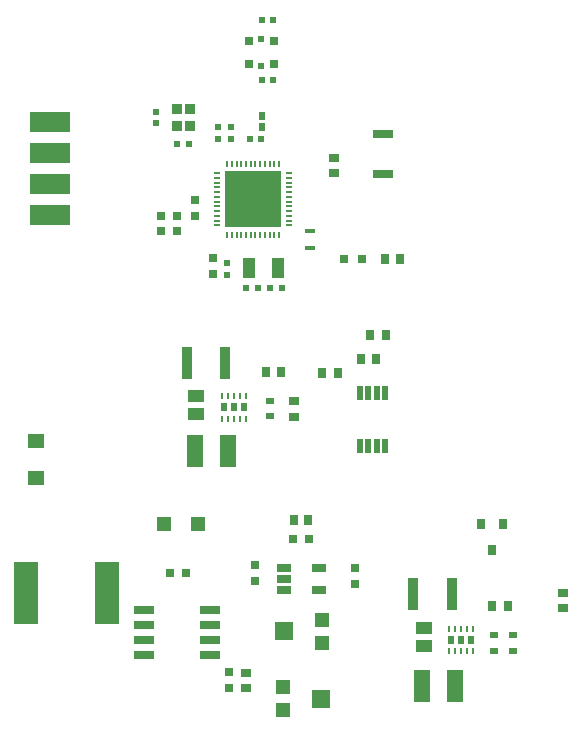
<source format=gtp>
G04*
G04 #@! TF.GenerationSoftware,Altium Limited,Altium Designer,19.1.8 (144)*
G04*
G04 Layer_Color=8421504*
%FSLAX25Y25*%
%MOIN*%
G70*
G01*
G75*
%ADD19R,0.02488X0.02976*%
%ADD20R,0.13386X0.07087*%
%ADD21R,0.03347X0.03740*%
%ADD22R,0.05512X0.04724*%
G04:AMPARAMS|DCode=23|XSize=9.84mil|YSize=19.68mil|CornerRadius=1.97mil|HoleSize=0mil|Usage=FLASHONLY|Rotation=180.000|XOffset=0mil|YOffset=0mil|HoleType=Round|Shape=RoundedRectangle|*
%AMROUNDEDRECTD23*
21,1,0.00984,0.01575,0,0,180.0*
21,1,0.00591,0.01968,0,0,180.0*
1,1,0.00394,-0.00295,0.00787*
1,1,0.00394,0.00295,0.00787*
1,1,0.00394,0.00295,-0.00787*
1,1,0.00394,-0.00295,-0.00787*
%
%ADD23ROUNDEDRECTD23*%
%ADD24O,0.00787X0.02559*%
%ADD25O,0.02559X0.00787*%
%ADD26R,0.18504X0.18504*%
%ADD27R,0.02953X0.03150*%
%ADD28R,0.01968X0.02284*%
%ADD29R,0.01968X0.02559*%
%ADD30R,0.02362X0.01968*%
%ADD31R,0.03347X0.02953*%
%ADD32R,0.02756X0.03347*%
%ADD33R,0.03347X0.02756*%
%ADD34R,0.03150X0.02362*%
%ADD35R,0.02756X0.03543*%
%ADD36R,0.03543X0.02756*%
%ADD37R,0.01968X0.02362*%
%ADD38R,0.02953X0.03150*%
%ADD39R,0.03150X0.02953*%
%ADD40R,0.06693X0.03150*%
%ADD41R,0.01968X0.04528*%
%ADD42R,0.02953X0.03347*%
%ADD43R,0.03150X0.03543*%
%ADD44R,0.03150X0.03150*%
%ADD45R,0.03347X0.01772*%
%ADD46R,0.03937X0.07087*%
%ADD47R,0.05315X0.04134*%
%ADD48R,0.03740X0.10630*%
%ADD49R,0.05512X0.10630*%
%ADD50R,0.07874X0.20866*%
G04:AMPARAMS|DCode=51|XSize=25.59mil|YSize=47.24mil|CornerRadius=1.92mil|HoleSize=0mil|Usage=FLASHONLY|Rotation=90.000|XOffset=0mil|YOffset=0mil|HoleType=Round|Shape=RoundedRectangle|*
%AMROUNDEDRECTD51*
21,1,0.02559,0.04341,0,0,90.0*
21,1,0.02175,0.04724,0,0,90.0*
1,1,0.00384,0.02170,0.01088*
1,1,0.00384,0.02170,-0.01088*
1,1,0.00384,-0.02170,-0.01088*
1,1,0.00384,-0.02170,0.01088*
%
%ADD51ROUNDEDRECTD51*%
%ADD52R,0.04724X0.04724*%
%ADD53R,0.05906X0.06299*%
%ADD54R,0.04921X0.04803*%
%ADD55R,0.06890X0.02559*%
D19*
X97576Y124800D02*
D03*
X91024D02*
D03*
X94300Y124800D02*
D03*
X170000Y47240D02*
D03*
X166724Y47240D02*
D03*
X173276D02*
D03*
D20*
X33000Y209667D02*
D03*
Y220000D02*
D03*
Y199333D02*
D03*
Y189000D02*
D03*
D21*
X75295Y218504D02*
D03*
Y224213D02*
D03*
X79823Y218504D02*
D03*
Y224213D02*
D03*
D22*
X28500Y113701D02*
D03*
Y101299D02*
D03*
D23*
X90363Y121060D02*
D03*
X92331D02*
D03*
X94300D02*
D03*
X96268D02*
D03*
X98237D02*
D03*
Y128540D02*
D03*
X96268D02*
D03*
X94300D02*
D03*
X92331D02*
D03*
X90363D02*
D03*
X166063Y50980D02*
D03*
X168032D02*
D03*
X170000D02*
D03*
X171968D02*
D03*
X173937D02*
D03*
Y43500D02*
D03*
X171968D02*
D03*
X170000D02*
D03*
X168032D02*
D03*
X166063D02*
D03*
D24*
X92053Y182239D02*
D03*
X93627D02*
D03*
X95202D02*
D03*
X96777D02*
D03*
X98352D02*
D03*
X99927D02*
D03*
X101501D02*
D03*
X103076D02*
D03*
X104651D02*
D03*
X106226D02*
D03*
X107800D02*
D03*
X109375D02*
D03*
Y206058D02*
D03*
X107800D02*
D03*
X106226D02*
D03*
X104651D02*
D03*
X103076D02*
D03*
X101501D02*
D03*
X99927D02*
D03*
X98352D02*
D03*
X96777D02*
D03*
X95202D02*
D03*
X93627D02*
D03*
X92053D02*
D03*
D25*
X112623Y185487D02*
D03*
Y187062D02*
D03*
Y188637D02*
D03*
Y190212D02*
D03*
Y191787D02*
D03*
Y193361D02*
D03*
Y194936D02*
D03*
Y196511D02*
D03*
Y198086D02*
D03*
Y199661D02*
D03*
Y201235D02*
D03*
Y202810D02*
D03*
X88805D02*
D03*
Y201235D02*
D03*
Y199661D02*
D03*
Y198086D02*
D03*
Y196511D02*
D03*
Y194936D02*
D03*
Y193361D02*
D03*
Y191787D02*
D03*
Y190212D02*
D03*
Y188637D02*
D03*
Y187062D02*
D03*
Y185487D02*
D03*
D26*
X100713Y194149D02*
D03*
D27*
X99465Y246802D02*
D03*
X107535D02*
D03*
X99465Y239321D02*
D03*
X107535D02*
D03*
D28*
X103500Y247628D02*
D03*
Y238494D02*
D03*
D29*
X103535Y218270D02*
D03*
Y222010D02*
D03*
D30*
X106417Y164500D02*
D03*
X110354D02*
D03*
X102354D02*
D03*
X98417D02*
D03*
X99528Y214124D02*
D03*
X103465D02*
D03*
X107468Y233800D02*
D03*
X103532D02*
D03*
X79408Y212500D02*
D03*
X75471D02*
D03*
X103545Y253796D02*
D03*
X107482D02*
D03*
D31*
X204000Y58039D02*
D03*
Y62961D02*
D03*
X127600Y202741D02*
D03*
Y207859D02*
D03*
D32*
X119161Y87200D02*
D03*
X114239D02*
D03*
X144754Y174269D02*
D03*
X149676D02*
D03*
D33*
X98524Y36220D02*
D03*
Y31299D02*
D03*
D34*
X181000Y43685D02*
D03*
Y48803D02*
D03*
X187500Y43685D02*
D03*
Y48803D02*
D03*
X106300Y126859D02*
D03*
Y121741D02*
D03*
D35*
X129103Y136300D02*
D03*
X123591D02*
D03*
D36*
X114300Y121544D02*
D03*
Y127056D02*
D03*
D37*
X68200Y223369D02*
D03*
Y219431D02*
D03*
X92100Y172900D02*
D03*
Y168963D02*
D03*
X88900Y214131D02*
D03*
Y218069D02*
D03*
X93235Y214135D02*
D03*
Y218072D02*
D03*
D38*
X75300Y188600D02*
D03*
X69985D02*
D03*
Y183400D02*
D03*
X75300D02*
D03*
X119457Y80900D02*
D03*
X114143D02*
D03*
X73032Y69587D02*
D03*
X78347D02*
D03*
D39*
X87400Y169285D02*
D03*
Y174600D02*
D03*
X81300Y188643D02*
D03*
Y193957D02*
D03*
X92815Y31299D02*
D03*
Y36614D02*
D03*
X101500Y72158D02*
D03*
Y66843D02*
D03*
X134800Y65943D02*
D03*
Y71258D02*
D03*
D40*
X144000Y215993D02*
D03*
Y202607D02*
D03*
D41*
X144814Y129706D02*
D03*
X141959D02*
D03*
X139105D02*
D03*
X136251D02*
D03*
X144814Y111989D02*
D03*
X141959D02*
D03*
X139105D02*
D03*
X136251D02*
D03*
D42*
X144918Y148800D02*
D03*
X139800D02*
D03*
X141859Y140800D02*
D03*
X136741D02*
D03*
X104941Y136700D02*
D03*
X110059D02*
D03*
X180500Y58500D02*
D03*
X185618D02*
D03*
D43*
X180400Y77069D02*
D03*
X176660Y85731D02*
D03*
X184140D02*
D03*
D44*
X137022Y174269D02*
D03*
X131116D02*
D03*
D45*
X119700Y183653D02*
D03*
Y177747D02*
D03*
D46*
X99200Y171200D02*
D03*
X109043D02*
D03*
D47*
X81700Y128553D02*
D03*
Y122647D02*
D03*
X157600Y51253D02*
D03*
Y45347D02*
D03*
D48*
X91398Y139500D02*
D03*
X78602D02*
D03*
X166898Y62500D02*
D03*
X154102D02*
D03*
D49*
X81473Y110300D02*
D03*
X92300D02*
D03*
X157173Y32000D02*
D03*
X168000D02*
D03*
D50*
X24917Y63000D02*
D03*
X52083D02*
D03*
D51*
X122607Y71240D02*
D03*
Y63760D02*
D03*
X110993D02*
D03*
Y67500D02*
D03*
Y71240D02*
D03*
D52*
X123787Y46163D02*
D03*
Y54037D02*
D03*
X110713Y31637D02*
D03*
Y23763D02*
D03*
D53*
X110991Y50100D02*
D03*
X123509Y27700D02*
D03*
D54*
X82507Y85800D02*
D03*
X70893D02*
D03*
D55*
X86324Y42200D02*
D03*
Y47200D02*
D03*
Y52200D02*
D03*
Y57200D02*
D03*
X64276Y42200D02*
D03*
Y47200D02*
D03*
Y52200D02*
D03*
Y57200D02*
D03*
M02*

</source>
